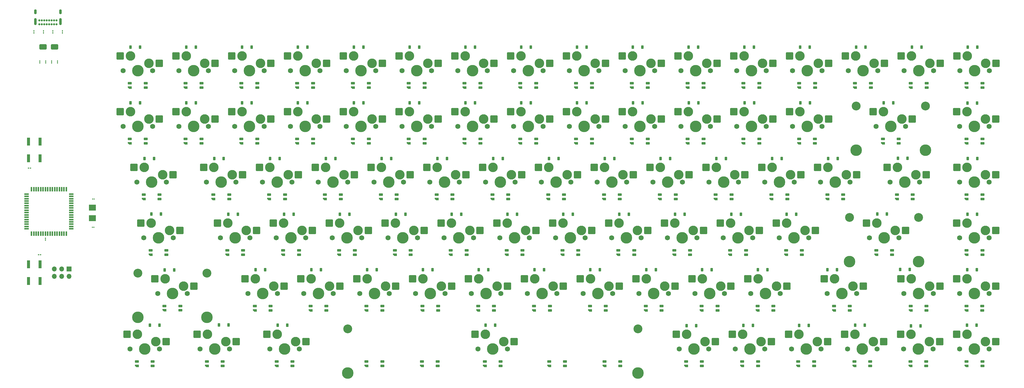
<source format=gts>
G04 #@! TF.GenerationSoftware,KiCad,Pcbnew,7.0.5*
G04 #@! TF.CreationDate,2023-07-06T17:45:39-04:00*
G04 #@! TF.ProjectId,keyboard,6b657962-6f61-4726-942e-6b696361645f,rev?*
G04 #@! TF.SameCoordinates,Original*
G04 #@! TF.FileFunction,Soldermask,Top*
G04 #@! TF.FilePolarity,Negative*
%FSLAX46Y46*%
G04 Gerber Fmt 4.6, Leading zero omitted, Abs format (unit mm)*
G04 Created by KiCad (PCBNEW 7.0.5) date 2023-07-06 17:45:39*
%MOMM*%
%LPD*%
G01*
G04 APERTURE LIST*
G04 Aperture macros list*
%AMRoundRect*
0 Rectangle with rounded corners*
0 $1 Rounding radius*
0 $2 $3 $4 $5 $6 $7 $8 $9 X,Y pos of 4 corners*
0 Add a 4 corners polygon primitive as box body*
4,1,4,$2,$3,$4,$5,$6,$7,$8,$9,$2,$3,0*
0 Add four circle primitives for the rounded corners*
1,1,$1+$1,$2,$3*
1,1,$1+$1,$4,$5*
1,1,$1+$1,$6,$7*
1,1,$1+$1,$8,$9*
0 Add four rect primitives between the rounded corners*
20,1,$1+$1,$2,$3,$4,$5,0*
20,1,$1+$1,$4,$5,$6,$7,0*
20,1,$1+$1,$6,$7,$8,$9,0*
20,1,$1+$1,$8,$9,$2,$3,0*%
%AMFreePoly0*
4,1,18,-0.410000,0.265000,0.000000,0.675000,0.328000,0.675000,0.359380,0.668758,0.385983,0.650983,0.403758,0.624380,0.410000,0.593000,0.410000,-0.593000,0.403758,-0.624380,0.385983,-0.650983,0.359380,-0.668758,0.328000,-0.675000,-0.328000,-0.675000,-0.359380,-0.668758,-0.385983,-0.650983,-0.403758,-0.624380,-0.410000,-0.593000,-0.410000,0.265000,-0.410000,0.265000,$1*%
G04 Aperture macros list end*
%ADD10RoundRect,0.082000X0.593000X-0.328000X0.593000X0.328000X-0.593000X0.328000X-0.593000X-0.328000X0*%
%ADD11FreePoly0,90.000000*%
%ADD12C,1.750000*%
%ADD13C,3.987800*%
%ADD14C,3.300000*%
%ADD15RoundRect,0.250000X-1.025000X-1.000000X1.025000X-1.000000X1.025000X1.000000X-1.025000X1.000000X0*%
%ADD16R,2.400000X2.000000*%
%ADD17R,0.550000X1.500000*%
%ADD18R,1.500000X0.550000*%
%ADD19R,1.000000X2.750000*%
%ADD20C,3.048000*%
%ADD21RoundRect,0.100000X-0.130000X-0.100000X0.130000X-0.100000X0.130000X0.100000X-0.130000X0.100000X0*%
%ADD22RoundRect,0.100000X0.130000X0.100000X-0.130000X0.100000X-0.130000X-0.100000X0.130000X-0.100000X0*%
%ADD23RoundRect,0.100000X0.100000X-0.130000X0.100000X0.130000X-0.100000X0.130000X-0.100000X-0.130000X0*%
%ADD24RoundRect,0.100000X-0.100000X0.130000X-0.100000X-0.130000X0.100000X-0.130000X0.100000X0.130000X0*%
%ADD25C,0.700000*%
%ADD26O,0.900000X1.700000*%
%ADD27O,0.900000X2.400000*%
%ADD28RoundRect,0.225000X0.225000X0.375000X-0.225000X0.375000X-0.225000X-0.375000X0.225000X-0.375000X0*%
%ADD29RoundRect,0.250000X-1.000000X-0.650000X1.000000X-0.650000X1.000000X0.650000X-1.000000X0.650000X0*%
%ADD30R,1.700000X1.700000*%
%ADD31O,1.700000X1.700000*%
%ADD32RoundRect,0.075000X-0.125000X-0.075000X0.125000X-0.075000X0.125000X0.075000X-0.125000X0.075000X0*%
G04 APERTURE END LIST*
D10*
X331573036Y-262215000D03*
X331573036Y-263715000D03*
X326123036Y-262215000D03*
D11*
X326123036Y-263715000D03*
D10*
X312498036Y-262220000D03*
X312498036Y-263720000D03*
X307048036Y-262220000D03*
D11*
X307048036Y-263720000D03*
D10*
X268648036Y-262195000D03*
X268648036Y-263695000D03*
X263198036Y-262195000D03*
D11*
X263198036Y-263695000D03*
D10*
X249573036Y-262220000D03*
X249573036Y-263720000D03*
X244123036Y-262220000D03*
D11*
X244123036Y-263720000D03*
D12*
X186746230Y-257895000D03*
D13*
X191826230Y-257895000D03*
D12*
X196906230Y-257895000D03*
D14*
X195636230Y-255355000D03*
D15*
X199186230Y-255355000D03*
X185736230Y-252815000D03*
D14*
X189286230Y-252815000D03*
D12*
X162658036Y-257895000D03*
D13*
X167738036Y-257895000D03*
D12*
X172818036Y-257895000D03*
D14*
X171548036Y-255355000D03*
D15*
X175098036Y-255355000D03*
X161648036Y-252815000D03*
D14*
X165198036Y-252815000D03*
D12*
X210834424Y-257895000D03*
D13*
X215914424Y-257895000D03*
D12*
X220994424Y-257895000D03*
D14*
X219724424Y-255355000D03*
D15*
X223274424Y-255355000D03*
X209824424Y-252815000D03*
D14*
X213374424Y-252815000D03*
D12*
X165018036Y-200290000D03*
D13*
X170098036Y-200290000D03*
D12*
X175178036Y-200290000D03*
D14*
X173908036Y-197750000D03*
D15*
X177458036Y-197750000D03*
X164008036Y-195210000D03*
D14*
X167558036Y-195210000D03*
D12*
X402853036Y-238705000D03*
D13*
X407933036Y-238705000D03*
D12*
X413013036Y-238705000D03*
D14*
X411743036Y-236165000D03*
D15*
X415293036Y-236165000D03*
X401843036Y-233625000D03*
D14*
X405393036Y-233625000D03*
D12*
X424526068Y-200290000D03*
D13*
X429606068Y-200290000D03*
D12*
X434686068Y-200290000D03*
D14*
X433416068Y-197750000D03*
D15*
X436966068Y-197750000D03*
X423516068Y-195210000D03*
D14*
X427066068Y-195210000D03*
D12*
X167408036Y-219495000D03*
D13*
X172488036Y-219495000D03*
D12*
X177568036Y-219495000D03*
D14*
X176298036Y-216955000D03*
D15*
X179848036Y-216955000D03*
X166398036Y-214415000D03*
D14*
X169948036Y-214415000D03*
D16*
X149727856Y-209065000D03*
X149727856Y-212765000D03*
D17*
X128702856Y-218115000D03*
X129502856Y-218115000D03*
X130302856Y-218115000D03*
X131102856Y-218115000D03*
X131902856Y-218115000D03*
X132702856Y-218115000D03*
X133502856Y-218115000D03*
X134302856Y-218115000D03*
X135102856Y-218115000D03*
X135902856Y-218115000D03*
X136702856Y-218115000D03*
X137502856Y-218115000D03*
X138302856Y-218115000D03*
X139102856Y-218115000D03*
X139902856Y-218115000D03*
X140702856Y-218115000D03*
D18*
X142402856Y-216415000D03*
X142402856Y-215615000D03*
X142402856Y-214815000D03*
X142402856Y-214015000D03*
X142402856Y-213215000D03*
X142402856Y-212415000D03*
X142402856Y-211615000D03*
X142402856Y-210815000D03*
X142402856Y-210015000D03*
X142402856Y-209215000D03*
X142402856Y-208415000D03*
X142402856Y-207615000D03*
X142402856Y-206815000D03*
X142402856Y-206015000D03*
X142402856Y-205215000D03*
X142402856Y-204415000D03*
D17*
X140702856Y-202715000D03*
X139902856Y-202715000D03*
X139102856Y-202715000D03*
X138302856Y-202715000D03*
X137502856Y-202715000D03*
X136702856Y-202715000D03*
X135902856Y-202715000D03*
X135102856Y-202715000D03*
X134302856Y-202715000D03*
X133502856Y-202715000D03*
X132702856Y-202715000D03*
X131902856Y-202715000D03*
X131102856Y-202715000D03*
X130302856Y-202715000D03*
X129502856Y-202715000D03*
X128702856Y-202715000D03*
D18*
X127002856Y-204415000D03*
X127002856Y-205215000D03*
X127002856Y-206015000D03*
X127002856Y-206815000D03*
X127002856Y-207615000D03*
X127002856Y-208415000D03*
X127002856Y-209215000D03*
X127002856Y-210015000D03*
X127002856Y-210815000D03*
X127002856Y-211615000D03*
X127002856Y-212415000D03*
X127002856Y-213215000D03*
X127002856Y-214015000D03*
X127002856Y-214815000D03*
X127002856Y-215615000D03*
X127002856Y-216415000D03*
D19*
X127652856Y-186365000D03*
X127652856Y-192115000D03*
X131652856Y-186365000D03*
X131652856Y-192115000D03*
X127652856Y-228665000D03*
X127652856Y-234415000D03*
X131652856Y-228665000D03*
X131652856Y-234415000D03*
D13*
X237621368Y-266150000D03*
D20*
X337633868Y-250910000D03*
X237621368Y-250910000D03*
D13*
X337633868Y-266150000D03*
X189160536Y-246955000D03*
X165348036Y-246955000D03*
D20*
X165348036Y-231715000D03*
X189160536Y-231715000D03*
D13*
X434373036Y-227755000D03*
X410560536Y-227755000D03*
D20*
X410560536Y-212515000D03*
X434373036Y-212515000D03*
X436679286Y-174080000D03*
X412866786Y-174080000D03*
D13*
X436679286Y-189320000D03*
X412866786Y-189320000D03*
D21*
X127682856Y-195490000D03*
X128322856Y-195490000D03*
D22*
X131792856Y-225390000D03*
X131152856Y-225390000D03*
D23*
X132814286Y-148812500D03*
X132814286Y-148172500D03*
X136089286Y-148812500D03*
X136089286Y-148172500D03*
D24*
X129539286Y-148172500D03*
X129539286Y-148812500D03*
X139364286Y-148172500D03*
X139364286Y-148812500D03*
D12*
X203268036Y-238715000D03*
D13*
X208348036Y-238715000D03*
D12*
X213428036Y-238715000D03*
D14*
X212158036Y-236175000D03*
D15*
X215708036Y-236175000D03*
X202258036Y-233635000D03*
D14*
X205808036Y-233635000D03*
D12*
X285157320Y-200290000D03*
D13*
X290237320Y-200290000D03*
D12*
X295317320Y-200290000D03*
D14*
X294047320Y-197750000D03*
D15*
X297597320Y-197750000D03*
X284147320Y-195210000D03*
D14*
X287697320Y-195210000D03*
D12*
X222516161Y-238705000D03*
D13*
X227596161Y-238705000D03*
D12*
X232676161Y-238705000D03*
D14*
X231406161Y-236165000D03*
D15*
X234956161Y-236165000D03*
X221506161Y-233625000D03*
D14*
X225056161Y-233625000D03*
D12*
X208239464Y-200290000D03*
D13*
X213319464Y-200290000D03*
D12*
X218399464Y-200290000D03*
D14*
X217129464Y-197750000D03*
D15*
X220679464Y-197750000D03*
X207229464Y-195210000D03*
D14*
X210779464Y-195210000D03*
D12*
X261012411Y-238705000D03*
D13*
X266092411Y-238705000D03*
D12*
X271172411Y-238705000D03*
D14*
X269902411Y-236165000D03*
D15*
X273452411Y-236165000D03*
X260002411Y-233625000D03*
D14*
X263552411Y-233625000D03*
D12*
X429244911Y-238705000D03*
D13*
X434324911Y-238705000D03*
D12*
X439404911Y-238705000D03*
D14*
X438134911Y-236165000D03*
D15*
X441684911Y-236165000D03*
X428234911Y-233625000D03*
D14*
X431784911Y-233625000D03*
D12*
X304386784Y-200290000D03*
D13*
X309466784Y-200290000D03*
D12*
X314546784Y-200290000D03*
D14*
X313276784Y-197750000D03*
D15*
X316826784Y-197750000D03*
X303376784Y-195210000D03*
D14*
X306926784Y-195210000D03*
D12*
X160243036Y-181071250D03*
D13*
X165323036Y-181071250D03*
D12*
X170403036Y-181071250D03*
D14*
X169133036Y-178531250D03*
D15*
X172683036Y-178531250D03*
X159233036Y-175991250D03*
D14*
X162783036Y-175991250D03*
D12*
X265927856Y-200290000D03*
D13*
X271007856Y-200290000D03*
D12*
X276087856Y-200290000D03*
D14*
X274817856Y-197750000D03*
D15*
X278367856Y-197750000D03*
X264917856Y-195210000D03*
D14*
X268467856Y-195210000D03*
D12*
X282547618Y-257895000D03*
D13*
X287627618Y-257895000D03*
D12*
X292707618Y-257895000D03*
D14*
X291437618Y-255355000D03*
D15*
X294987618Y-255355000D03*
X281537618Y-252815000D03*
D14*
X285087618Y-252815000D03*
D12*
X429305536Y-161852500D03*
D13*
X434385536Y-161852500D03*
D12*
X439465536Y-161852500D03*
D14*
X438195536Y-159312500D03*
D15*
X441745536Y-159312500D03*
X428295536Y-156772500D03*
D14*
X431845536Y-156772500D03*
D12*
X213052922Y-219495000D03*
D13*
X218132922Y-219495000D03*
D12*
X223212922Y-219495000D03*
D14*
X221942922Y-216955000D03*
D15*
X225492922Y-216955000D03*
X212042922Y-214415000D03*
D14*
X215592922Y-214415000D03*
D12*
X400534104Y-200290000D03*
D13*
X405614104Y-200290000D03*
D12*
X410694104Y-200290000D03*
D14*
X409424104Y-197750000D03*
D15*
X412974104Y-197750000D03*
X399524104Y-195210000D03*
D14*
X403074104Y-195210000D03*
D12*
X390530950Y-257895000D03*
D13*
X395610950Y-257895000D03*
D12*
X400690950Y-257895000D03*
D14*
X399420950Y-255355000D03*
D15*
X402970950Y-255355000D03*
X389520950Y-252815000D03*
D14*
X393070950Y-252815000D03*
D12*
X351879562Y-257895000D03*
D13*
X356959562Y-257895000D03*
D12*
X362039562Y-257895000D03*
D14*
X360769562Y-255355000D03*
D15*
X364319562Y-255355000D03*
X350869562Y-252815000D03*
D14*
X354419562Y-252815000D03*
D12*
X246698392Y-200290000D03*
D13*
X251778392Y-200290000D03*
D12*
X256858392Y-200290000D03*
D14*
X255588392Y-197750000D03*
D15*
X259138392Y-197750000D03*
X245688392Y-195210000D03*
D14*
X249238392Y-195210000D03*
D12*
X386308036Y-219495000D03*
D13*
X391388036Y-219495000D03*
D12*
X396468036Y-219495000D03*
D14*
X395198036Y-216955000D03*
D15*
X398748036Y-216955000D03*
X385298036Y-214415000D03*
D14*
X388848036Y-214415000D03*
D12*
X376501161Y-238705000D03*
D13*
X381581161Y-238705000D03*
D12*
X386661161Y-238705000D03*
D14*
X385391161Y-236165000D03*
D15*
X388941161Y-236165000D03*
X375491161Y-233625000D03*
D14*
X379041161Y-233625000D03*
D12*
X189010000Y-200290000D03*
D13*
X194090000Y-200290000D03*
D12*
X199170000Y-200290000D03*
D14*
X197900000Y-197750000D03*
D15*
X201450000Y-197750000D03*
X188000000Y-195210000D03*
D14*
X191550000Y-195210000D03*
D12*
X410086786Y-161852500D03*
D13*
X415166786Y-161852500D03*
D12*
X420246786Y-161852500D03*
D14*
X418976786Y-159312500D03*
D15*
X422526786Y-159312500D03*
X409076786Y-156772500D03*
D14*
X412626786Y-156772500D03*
D12*
X390868036Y-181071250D03*
D13*
X395948036Y-181071250D03*
D12*
X401028036Y-181071250D03*
D14*
X399758036Y-178531250D03*
D15*
X403308036Y-178531250D03*
X389858036Y-175991250D03*
D14*
X393408036Y-175991250D03*
D12*
X448518036Y-200290000D03*
D13*
X453598036Y-200290000D03*
D12*
X458678036Y-200290000D03*
D14*
X457408036Y-197750000D03*
D15*
X460958036Y-197750000D03*
X447508036Y-195210000D03*
D14*
X451058036Y-195210000D03*
D12*
X448508036Y-219505000D03*
D13*
X453588036Y-219505000D03*
D12*
X458668036Y-219505000D03*
D14*
X457398036Y-216965000D03*
D15*
X460948036Y-216965000D03*
X447498036Y-214425000D03*
D14*
X451048036Y-214425000D03*
D12*
X362075176Y-200290000D03*
D13*
X367155176Y-200290000D03*
D12*
X372235176Y-200290000D03*
D14*
X370965176Y-197750000D03*
D15*
X374515176Y-197750000D03*
X361065176Y-195210000D03*
D14*
X364615176Y-195210000D03*
D12*
X342845712Y-200290000D03*
D13*
X347925712Y-200290000D03*
D12*
X353005712Y-200290000D03*
D14*
X351735712Y-197750000D03*
D15*
X355285712Y-197750000D03*
X341835712Y-195210000D03*
D14*
X345385712Y-195210000D03*
D12*
X299508661Y-238705000D03*
D13*
X304588661Y-238705000D03*
D12*
X309668661Y-238705000D03*
D14*
X308398661Y-236165000D03*
D15*
X311948661Y-236165000D03*
X298498661Y-233625000D03*
D14*
X302048661Y-233625000D03*
D12*
X371649286Y-181071250D03*
D13*
X376729286Y-181071250D03*
D12*
X381809286Y-181071250D03*
D14*
X380539286Y-178531250D03*
D15*
X384089286Y-178531250D03*
X370639286Y-175991250D03*
D14*
X374189286Y-175991250D03*
D12*
X318756786Y-238705000D03*
D13*
X323836786Y-238705000D03*
D12*
X328916786Y-238705000D03*
D14*
X327646786Y-236165000D03*
D15*
X331196786Y-236165000D03*
X317746786Y-233625000D03*
D14*
X321296786Y-233625000D03*
D12*
X338004911Y-238705000D03*
D13*
X343084911Y-238705000D03*
D12*
X348164911Y-238705000D03*
D14*
X346894911Y-236165000D03*
D15*
X350444911Y-236165000D03*
X336994911Y-233625000D03*
D14*
X340544911Y-233625000D03*
D12*
X172174286Y-238700000D03*
D13*
X177254286Y-238700000D03*
D12*
X182334286Y-238700000D03*
D14*
X181064286Y-236160000D03*
D15*
X184614286Y-236160000D03*
X171164286Y-233620000D03*
D14*
X174714286Y-233620000D03*
D12*
X409856644Y-257895000D03*
D13*
X414936644Y-257895000D03*
D12*
X420016644Y-257895000D03*
D14*
X418746644Y-255355000D03*
D15*
X422296644Y-255355000D03*
X408846644Y-252815000D03*
D14*
X412396644Y-252815000D03*
D12*
X381304640Y-200290000D03*
D13*
X386384640Y-200290000D03*
D12*
X391464640Y-200290000D03*
D14*
X390194640Y-197750000D03*
D15*
X393744640Y-197750000D03*
X380294640Y-195210000D03*
D14*
X383844640Y-195210000D03*
D12*
X328556330Y-219495000D03*
D13*
X333636330Y-219495000D03*
D12*
X338716330Y-219495000D03*
D14*
X337446330Y-216955000D03*
D15*
X340996330Y-216955000D03*
X327546330Y-214415000D03*
D14*
X331096330Y-214415000D03*
D12*
X309305762Y-219495000D03*
D13*
X314385762Y-219495000D03*
D12*
X319465762Y-219495000D03*
D14*
X318195762Y-216955000D03*
D15*
X321745762Y-216955000D03*
X308295762Y-214415000D03*
D14*
X311845762Y-214415000D03*
D12*
X323616248Y-200290000D03*
D13*
X328696248Y-200290000D03*
D12*
X333776248Y-200290000D03*
D14*
X332506248Y-197750000D03*
D15*
X336056248Y-197750000D03*
X322606248Y-195210000D03*
D14*
X326156248Y-195210000D03*
D12*
X448508036Y-181070000D03*
D13*
X453588036Y-181070000D03*
D12*
X458668036Y-181070000D03*
D14*
X457398036Y-178530000D03*
D15*
X460948036Y-178530000D03*
X447498036Y-175990000D03*
D14*
X451048036Y-175990000D03*
D12*
X290055194Y-219495000D03*
D13*
X295135194Y-219495000D03*
D12*
X300215194Y-219495000D03*
D14*
X298945194Y-216955000D03*
D15*
X302495194Y-216955000D03*
X289045194Y-214415000D03*
D14*
X292595194Y-214415000D03*
D12*
X357253036Y-238705000D03*
D13*
X362333036Y-238705000D03*
D12*
X367413036Y-238705000D03*
D14*
X366143036Y-236165000D03*
D15*
X369693036Y-236165000D03*
X356243036Y-233625000D03*
D14*
X359793036Y-233625000D03*
D12*
X270804626Y-219495000D03*
D13*
X275884626Y-219495000D03*
D12*
X280964626Y-219495000D03*
D14*
X279694626Y-216955000D03*
D15*
X283244626Y-216955000D03*
X269794626Y-214415000D03*
D14*
X273344626Y-214415000D03*
D12*
X371205256Y-257895000D03*
D13*
X376285256Y-257895000D03*
D12*
X381365256Y-257895000D03*
D14*
X380095256Y-255355000D03*
D15*
X383645256Y-255355000D03*
X370195256Y-252815000D03*
D14*
X373745256Y-252815000D03*
D12*
X390868036Y-161852500D03*
D13*
X395948036Y-161852500D03*
D12*
X401028036Y-161852500D03*
D14*
X399758036Y-159312500D03*
D15*
X403308036Y-159312500D03*
X389858036Y-156772500D03*
D14*
X393408036Y-156772500D03*
D12*
X371649286Y-161852500D03*
D13*
X376729286Y-161852500D03*
D12*
X381809286Y-161852500D03*
D14*
X380539286Y-159312500D03*
D15*
X384089286Y-159312500D03*
X370639286Y-156772500D03*
D14*
X374189286Y-156772500D03*
D12*
X352430536Y-161852500D03*
D13*
X357510536Y-161852500D03*
D12*
X362590536Y-161852500D03*
D14*
X361320536Y-159312500D03*
D15*
X364870536Y-159312500D03*
X351420536Y-156772500D03*
D14*
X354970536Y-156772500D03*
D12*
X333211786Y-161852500D03*
D13*
X338291786Y-161852500D03*
D12*
X343371786Y-161852500D03*
D14*
X342101786Y-159312500D03*
D15*
X345651786Y-159312500D03*
X332201786Y-156772500D03*
D14*
X335751786Y-156772500D03*
D12*
X313993036Y-161852500D03*
D13*
X319073036Y-161852500D03*
D12*
X324153036Y-161852500D03*
D14*
X322883036Y-159312500D03*
D15*
X326433036Y-159312500D03*
X312983036Y-156772500D03*
D14*
X316533036Y-156772500D03*
D12*
X294774286Y-161852500D03*
D13*
X299854286Y-161852500D03*
D12*
X304934286Y-161852500D03*
D14*
X303664286Y-159312500D03*
D15*
X307214286Y-159312500D03*
X293764286Y-156772500D03*
D14*
X297314286Y-156772500D03*
D12*
X275555536Y-161852500D03*
D13*
X280635536Y-161852500D03*
D12*
X285715536Y-161852500D03*
D14*
X284445536Y-159312500D03*
D15*
X287995536Y-159312500D03*
X274545536Y-156772500D03*
D14*
X278095536Y-156772500D03*
D12*
X256336786Y-161852500D03*
D13*
X261416786Y-161852500D03*
D12*
X266496786Y-161852500D03*
D14*
X265226786Y-159312500D03*
D15*
X268776786Y-159312500D03*
X255326786Y-156772500D03*
D14*
X258876786Y-156772500D03*
D12*
X237118036Y-161852500D03*
D13*
X242198036Y-161852500D03*
D12*
X247278036Y-161852500D03*
D14*
X246008036Y-159312500D03*
D15*
X249558036Y-159312500D03*
X236108036Y-156772500D03*
D14*
X239658036Y-156772500D03*
D12*
X217899286Y-161852500D03*
D13*
X222979286Y-161852500D03*
D12*
X228059286Y-161852500D03*
D14*
X226789286Y-159312500D03*
D15*
X230339286Y-159312500D03*
X216889286Y-156772500D03*
D14*
X220439286Y-156772500D03*
D12*
X198680536Y-161852500D03*
D13*
X203760536Y-161852500D03*
D12*
X208840536Y-161852500D03*
D14*
X207570536Y-159312500D03*
D15*
X211120536Y-159312500D03*
X197670536Y-156772500D03*
D14*
X201220536Y-156772500D03*
D12*
X179461786Y-161852500D03*
D13*
X184541786Y-161852500D03*
D12*
X189621786Y-161852500D03*
D14*
X188351786Y-159312500D03*
D15*
X191901786Y-159312500D03*
X178451786Y-156772500D03*
D14*
X182001786Y-156772500D03*
D12*
X251554058Y-219495000D03*
D13*
X256634058Y-219495000D03*
D12*
X261714058Y-219495000D03*
D14*
X260444058Y-216955000D03*
D15*
X263994058Y-216955000D03*
X250544058Y-214415000D03*
D14*
X254094058Y-214415000D03*
D12*
X160243036Y-161852500D03*
D13*
X165323036Y-161852500D03*
D12*
X170403036Y-161852500D03*
D14*
X169133036Y-159312500D03*
D15*
X172683036Y-159312500D03*
X159233036Y-156772500D03*
D14*
X162783036Y-156772500D03*
D12*
X417386786Y-219500000D03*
D13*
X422466786Y-219500000D03*
D12*
X427546786Y-219500000D03*
D14*
X426276786Y-216960000D03*
D15*
X429826786Y-216960000D03*
X416376786Y-214420000D03*
D14*
X419926786Y-214420000D03*
D12*
X448493036Y-238705000D03*
D13*
X453573036Y-238705000D03*
D12*
X458653036Y-238705000D03*
D14*
X457383036Y-236165000D03*
D15*
X460933036Y-236165000D03*
X447483036Y-233625000D03*
D14*
X451033036Y-233625000D03*
D12*
X227468928Y-200290000D03*
D13*
X232548928Y-200290000D03*
D12*
X237628928Y-200290000D03*
D14*
X236358928Y-197750000D03*
D15*
X239908928Y-197750000D03*
X226458928Y-195210000D03*
D14*
X230008928Y-195210000D03*
D12*
X448524286Y-161852500D03*
D13*
X453604286Y-161852500D03*
D12*
X458684286Y-161852500D03*
D14*
X457414286Y-159312500D03*
D15*
X460964286Y-159312500D03*
X447514286Y-156772500D03*
D14*
X451064286Y-156772500D03*
D12*
X232303490Y-219495000D03*
D13*
X237383490Y-219495000D03*
D12*
X242463490Y-219495000D03*
D14*
X241193490Y-216955000D03*
D15*
X244743490Y-216955000D03*
X231293490Y-214415000D03*
D14*
X234843490Y-214415000D03*
D12*
X367057466Y-219495000D03*
D13*
X372137466Y-219495000D03*
D12*
X377217466Y-219495000D03*
D14*
X375947466Y-216955000D03*
D15*
X379497466Y-216955000D03*
X366047466Y-214415000D03*
D14*
X369597466Y-214415000D03*
D12*
X241764286Y-238705000D03*
D13*
X246844286Y-238705000D03*
D12*
X251924286Y-238705000D03*
D14*
X250654286Y-236165000D03*
D15*
X254204286Y-236165000D03*
X240754286Y-233625000D03*
D14*
X244304286Y-233625000D03*
D12*
X419693036Y-181065000D03*
D13*
X424773036Y-181065000D03*
D12*
X429853036Y-181065000D03*
D14*
X428583036Y-178525000D03*
D15*
X432133036Y-178525000D03*
X418683036Y-175985000D03*
D14*
X422233036Y-175985000D03*
D12*
X280260536Y-238705000D03*
D13*
X285340536Y-238705000D03*
D12*
X290420536Y-238705000D03*
D14*
X289150536Y-236165000D03*
D15*
X292700536Y-236165000D03*
X279250536Y-233625000D03*
D14*
X282800536Y-233625000D03*
D12*
X193802354Y-219495000D03*
D13*
X198882354Y-219495000D03*
D12*
X203962354Y-219495000D03*
D14*
X202692354Y-216955000D03*
D15*
X206242354Y-216955000D03*
X192792354Y-214415000D03*
D14*
X196342354Y-214415000D03*
D12*
X333211786Y-181071250D03*
D13*
X338291786Y-181071250D03*
D12*
X343371786Y-181071250D03*
D14*
X342101786Y-178531250D03*
D15*
X345651786Y-178531250D03*
X332201786Y-175991250D03*
D14*
X335751786Y-175991250D03*
D12*
X313993036Y-181071250D03*
D13*
X319073036Y-181071250D03*
D12*
X324153036Y-181071250D03*
D14*
X322883036Y-178531250D03*
D15*
X326433036Y-178531250D03*
X312983036Y-175991250D03*
D14*
X316533036Y-175991250D03*
D12*
X294774286Y-181071250D03*
D13*
X299854286Y-181071250D03*
D12*
X304934286Y-181071250D03*
D14*
X303664286Y-178531250D03*
D15*
X307214286Y-178531250D03*
X293764286Y-175991250D03*
D14*
X297314286Y-175991250D03*
D12*
X275555536Y-181071250D03*
D13*
X280635536Y-181071250D03*
D12*
X285715536Y-181071250D03*
D14*
X284445536Y-178531250D03*
D15*
X287995536Y-178531250D03*
X274545536Y-175991250D03*
D14*
X278095536Y-175991250D03*
D12*
X256336786Y-181071250D03*
D13*
X261416786Y-181071250D03*
D12*
X266496786Y-181071250D03*
D14*
X265226786Y-178531250D03*
D15*
X268776786Y-178531250D03*
X255326786Y-175991250D03*
D14*
X258876786Y-175991250D03*
D12*
X237118036Y-181071250D03*
D13*
X242198036Y-181071250D03*
D12*
X247278036Y-181071250D03*
D14*
X246008036Y-178531250D03*
D15*
X249558036Y-178531250D03*
X236108036Y-175991250D03*
D14*
X239658036Y-175991250D03*
D12*
X217899286Y-181071250D03*
D13*
X222979286Y-181071250D03*
D12*
X228059286Y-181071250D03*
D14*
X226789286Y-178531250D03*
D15*
X230339286Y-178531250D03*
X216889286Y-175991250D03*
D14*
X220439286Y-175991250D03*
D12*
X198680536Y-181071250D03*
D13*
X203760536Y-181071250D03*
D12*
X208840536Y-181071250D03*
D14*
X207570536Y-178531250D03*
D15*
X211120536Y-178531250D03*
X197670536Y-175991250D03*
D14*
X201220536Y-175991250D03*
D12*
X179461786Y-181071250D03*
D13*
X184541786Y-181071250D03*
D12*
X189621786Y-181071250D03*
D14*
X188351786Y-178531250D03*
D15*
X191901786Y-178531250D03*
X178451786Y-175991250D03*
D14*
X182001786Y-175991250D03*
D12*
X352430536Y-181071250D03*
D13*
X357510536Y-181071250D03*
D12*
X362590536Y-181071250D03*
D14*
X361320536Y-178531250D03*
D15*
X364870536Y-178531250D03*
X351420536Y-175991250D03*
D14*
X354970536Y-175991250D03*
D12*
X347806898Y-219495000D03*
D13*
X352886898Y-219495000D03*
D12*
X357966898Y-219495000D03*
D14*
X356696898Y-216955000D03*
D15*
X360246898Y-216955000D03*
X346796898Y-214415000D03*
D14*
X350346898Y-214415000D03*
D12*
X429182338Y-257895000D03*
D13*
X434262338Y-257895000D03*
D12*
X439342338Y-257895000D03*
D14*
X438072338Y-255355000D03*
D15*
X441622338Y-255355000D03*
X428172338Y-252815000D03*
D14*
X431722338Y-252815000D03*
D12*
X448508036Y-257895000D03*
D13*
X453588036Y-257895000D03*
D12*
X458668036Y-257895000D03*
D14*
X457398036Y-255355000D03*
D15*
X460948036Y-255355000D03*
X447498036Y-252815000D03*
D14*
X451048036Y-252815000D03*
D10*
X211073036Y-243045000D03*
X211073036Y-244545000D03*
X205623036Y-243045000D03*
D11*
X205623036Y-244545000D03*
D10*
X292962563Y-204620000D03*
X292962563Y-206120000D03*
X287512563Y-204620000D03*
D11*
X287512563Y-206120000D03*
D10*
X230321161Y-243035000D03*
X230321161Y-244535000D03*
X224871161Y-243035000D03*
D11*
X224871161Y-244535000D03*
D10*
X194551230Y-262225000D03*
X194551230Y-263725000D03*
X189101230Y-262225000D03*
D11*
X189101230Y-263725000D03*
D10*
X216044383Y-204620000D03*
X216044383Y-206120000D03*
X210594383Y-204620000D03*
D11*
X210594383Y-206120000D03*
D10*
X268817411Y-243035000D03*
X268817411Y-244535000D03*
X263367411Y-243035000D03*
D11*
X263367411Y-244535000D03*
D10*
X437049911Y-243035000D03*
X437049911Y-244535000D03*
X431599911Y-243035000D03*
D11*
X431599911Y-244535000D03*
D10*
X312192108Y-204620000D03*
X312192108Y-206120000D03*
X306742108Y-204620000D03*
D11*
X306742108Y-206120000D03*
D10*
X168048036Y-185401250D03*
X168048036Y-186901250D03*
X162598036Y-185401250D03*
D11*
X162598036Y-186901250D03*
D10*
X172823036Y-204620000D03*
X172823036Y-206120000D03*
X167373036Y-204620000D03*
D11*
X167373036Y-206120000D03*
D10*
X273733018Y-204620000D03*
X273733018Y-206120000D03*
X268283018Y-204620000D03*
D11*
X268283018Y-206120000D03*
D10*
X290352618Y-262225000D03*
X290352618Y-263725000D03*
X284902618Y-262225000D03*
D11*
X284902618Y-263725000D03*
D10*
X437110536Y-166182500D03*
X437110536Y-167682500D03*
X431660536Y-166182500D03*
D11*
X431660536Y-167682500D03*
D10*
X220857922Y-223825000D03*
X220857922Y-225325000D03*
X215407922Y-223825000D03*
D11*
X215407922Y-225325000D03*
D10*
X410658036Y-243035000D03*
X410658036Y-244535000D03*
X405208036Y-243035000D03*
D11*
X405208036Y-244535000D03*
D10*
X456313036Y-262225000D03*
X456313036Y-263725000D03*
X450863036Y-262225000D03*
D11*
X450863036Y-263725000D03*
D10*
X408339838Y-204620000D03*
X408339838Y-206120000D03*
X402889838Y-204620000D03*
D11*
X402889838Y-206120000D03*
D10*
X398335950Y-262225000D03*
X398335950Y-263725000D03*
X392885950Y-262225000D03*
D11*
X392885950Y-263725000D03*
D10*
X359684562Y-262225000D03*
X359684562Y-263725000D03*
X354234562Y-262225000D03*
D11*
X354234562Y-263725000D03*
D10*
X254503473Y-204620000D03*
X254503473Y-206120000D03*
X249053473Y-204620000D03*
D11*
X249053473Y-206120000D03*
D10*
X394113036Y-223825000D03*
X394113036Y-225325000D03*
X388663036Y-223825000D03*
D11*
X388663036Y-225325000D03*
D10*
X384306161Y-243035000D03*
X384306161Y-244535000D03*
X378856161Y-243035000D03*
D11*
X378856161Y-244535000D03*
D10*
X196814838Y-204620000D03*
X196814838Y-206120000D03*
X191364838Y-204620000D03*
D11*
X191364838Y-206120000D03*
D10*
X417891786Y-166182500D03*
X417891786Y-167682500D03*
X412441786Y-166182500D03*
D11*
X412441786Y-167682500D03*
D10*
X398648036Y-185401250D03*
X398648036Y-186901250D03*
X393198036Y-185401250D03*
D11*
X393198036Y-186901250D03*
D10*
X432331068Y-204620000D03*
X432331068Y-206120000D03*
X426881068Y-204620000D03*
D11*
X426881068Y-206120000D03*
D10*
X456323036Y-204620000D03*
X456323036Y-206120000D03*
X450873036Y-204620000D03*
D11*
X450873036Y-206120000D03*
D10*
X456313036Y-223835000D03*
X456313036Y-225335000D03*
X450863036Y-223835000D03*
D11*
X450863036Y-225335000D03*
D10*
X369880743Y-204620000D03*
X369880743Y-206120000D03*
X364430743Y-204620000D03*
D11*
X364430743Y-206120000D03*
D10*
X350651198Y-204620000D03*
X350651198Y-206120000D03*
X345201198Y-204620000D03*
D11*
X345201198Y-206120000D03*
D10*
X307313661Y-243035000D03*
X307313661Y-244535000D03*
X301863661Y-243035000D03*
D11*
X301863661Y-244535000D03*
D10*
X379431362Y-185401250D03*
X379431362Y-186901250D03*
X373981362Y-185401250D03*
D11*
X373981362Y-186901250D03*
D10*
X326561786Y-243035000D03*
X326561786Y-244535000D03*
X321111786Y-243035000D03*
D11*
X321111786Y-244535000D03*
D10*
X345809911Y-243035000D03*
X345809911Y-244535000D03*
X340359911Y-243035000D03*
D11*
X340359911Y-244535000D03*
D10*
X179979286Y-243030000D03*
X179979286Y-244530000D03*
X174529286Y-243030000D03*
D11*
X174529286Y-244530000D03*
D10*
X417661644Y-262225000D03*
X417661644Y-263725000D03*
X412211644Y-262225000D03*
D11*
X412211644Y-263725000D03*
D10*
X389110288Y-204620000D03*
X389110288Y-206120000D03*
X383660288Y-204620000D03*
D11*
X383660288Y-206120000D03*
D10*
X170463036Y-262225000D03*
X170463036Y-263725000D03*
X165013036Y-262225000D03*
D11*
X165013036Y-263725000D03*
D10*
X218639424Y-262225000D03*
X218639424Y-263725000D03*
X213189424Y-262225000D03*
D11*
X213189424Y-263725000D03*
D10*
X355611898Y-223825000D03*
X355611898Y-225325000D03*
X350161898Y-223825000D03*
D11*
X350161898Y-225325000D03*
D10*
X336361330Y-223825000D03*
X336361330Y-225325000D03*
X330911330Y-223825000D03*
D11*
X330911330Y-225325000D03*
D10*
X317110762Y-223825000D03*
X317110762Y-225325000D03*
X311660762Y-223825000D03*
D11*
X311660762Y-225325000D03*
D10*
X331421653Y-204620000D03*
X331421653Y-206120000D03*
X325971653Y-204620000D03*
D11*
X325971653Y-206120000D03*
D10*
X456313036Y-185400000D03*
X456313036Y-186900000D03*
X450863036Y-185400000D03*
D11*
X450863036Y-186900000D03*
D10*
X297860194Y-223825000D03*
X297860194Y-225325000D03*
X292410194Y-223825000D03*
D11*
X292410194Y-225325000D03*
D10*
X365058036Y-243035000D03*
X365058036Y-244535000D03*
X359608036Y-243035000D03*
D11*
X359608036Y-244535000D03*
D10*
X278609626Y-223825000D03*
X278609626Y-225325000D03*
X273159626Y-223825000D03*
D11*
X273159626Y-225325000D03*
D10*
X379010256Y-262225000D03*
X379010256Y-263725000D03*
X373560256Y-262225000D03*
D11*
X373560256Y-263725000D03*
D10*
X259359058Y-223825000D03*
X259359058Y-225325000D03*
X253909058Y-223825000D03*
D11*
X253909058Y-225325000D03*
D10*
X398673036Y-166182500D03*
X398673036Y-167682500D03*
X393223036Y-166182500D03*
D11*
X393223036Y-167682500D03*
D10*
X379454286Y-166182500D03*
X379454286Y-167682500D03*
X374004286Y-166182500D03*
D11*
X374004286Y-167682500D03*
D10*
X360235536Y-166182500D03*
X360235536Y-167682500D03*
X354785536Y-166182500D03*
D11*
X354785536Y-167682500D03*
D10*
X341016786Y-166182500D03*
X341016786Y-167682500D03*
X335566786Y-166182500D03*
D11*
X335566786Y-167682500D03*
D10*
X321798036Y-166182500D03*
X321798036Y-167682500D03*
X316348036Y-166182500D03*
D11*
X316348036Y-167682500D03*
D10*
X302579286Y-166182500D03*
X302579286Y-167682500D03*
X297129286Y-166182500D03*
D11*
X297129286Y-167682500D03*
D10*
X283360536Y-166182500D03*
X283360536Y-167682500D03*
X277910536Y-166182500D03*
D11*
X277910536Y-167682500D03*
D10*
X264141786Y-166182500D03*
X264141786Y-167682500D03*
X258691786Y-166182500D03*
D11*
X258691786Y-167682500D03*
D10*
X244923036Y-166182500D03*
X244923036Y-167682500D03*
X239473036Y-166182500D03*
D11*
X239473036Y-167682500D03*
D10*
X225704286Y-166182500D03*
X225704286Y-167682500D03*
X220254286Y-166182500D03*
D11*
X220254286Y-167682500D03*
D10*
X206485536Y-166182500D03*
X206485536Y-167682500D03*
X201035536Y-166182500D03*
D11*
X201035536Y-167682500D03*
D10*
X187266786Y-166182500D03*
X187266786Y-167682500D03*
X181816786Y-166182500D03*
D11*
X181816786Y-167682500D03*
D10*
X168048036Y-166182500D03*
X168048036Y-167682500D03*
X162598036Y-166182500D03*
D11*
X162598036Y-167682500D03*
D10*
X425191786Y-223830000D03*
X425191786Y-225330000D03*
X419741786Y-223830000D03*
D11*
X419741786Y-225330000D03*
D10*
X456298036Y-243035000D03*
X456298036Y-244535000D03*
X450848036Y-243035000D03*
D11*
X450848036Y-244535000D03*
D10*
X235273928Y-204620000D03*
X235273928Y-206120000D03*
X229823928Y-204620000D03*
D11*
X229823928Y-206120000D03*
D10*
X436987338Y-262225000D03*
X436987338Y-263725000D03*
X431537338Y-262225000D03*
D11*
X431537338Y-263725000D03*
D10*
X456329286Y-166182500D03*
X456329286Y-167682500D03*
X450879286Y-166182500D03*
D11*
X450879286Y-167682500D03*
D10*
X240108490Y-223825000D03*
X240108490Y-225325000D03*
X234658490Y-223825000D03*
D11*
X234658490Y-225325000D03*
D10*
X374862466Y-223825000D03*
X374862466Y-225325000D03*
X369412466Y-223825000D03*
D11*
X369412466Y-225325000D03*
D10*
X175213036Y-223825000D03*
X175213036Y-225325000D03*
X169763036Y-223825000D03*
D11*
X169763036Y-225325000D03*
D10*
X249569286Y-243035000D03*
X249569286Y-244535000D03*
X244119286Y-243035000D03*
D11*
X244119286Y-244535000D03*
D10*
X427498036Y-185395000D03*
X427498036Y-186895000D03*
X422048036Y-185395000D03*
D11*
X422048036Y-186895000D03*
D10*
X288065536Y-243035000D03*
X288065536Y-244535000D03*
X282615536Y-243035000D03*
D11*
X282615536Y-244535000D03*
D10*
X201607354Y-223825000D03*
X201607354Y-225325000D03*
X196157354Y-223825000D03*
D11*
X196157354Y-225325000D03*
D10*
X340998030Y-185401250D03*
X340998030Y-186901250D03*
X335548030Y-185401250D03*
D11*
X335548030Y-186901250D03*
D10*
X321781364Y-185401250D03*
X321781364Y-186901250D03*
X316331364Y-185401250D03*
D11*
X316331364Y-186901250D03*
D10*
X302564698Y-185401250D03*
X302564698Y-186901250D03*
X297114698Y-185401250D03*
D11*
X297114698Y-186901250D03*
D10*
X283348032Y-185401250D03*
X283348032Y-186901250D03*
X277898032Y-185401250D03*
D11*
X277898032Y-186901250D03*
D10*
X264131366Y-185401250D03*
X264131366Y-186901250D03*
X258681366Y-185401250D03*
D11*
X258681366Y-186901250D03*
D10*
X244914700Y-185401250D03*
X244914700Y-186901250D03*
X239464700Y-185401250D03*
D11*
X239464700Y-186901250D03*
D10*
X225698034Y-185401250D03*
X225698034Y-186901250D03*
X220248034Y-185401250D03*
D11*
X220248034Y-186901250D03*
D10*
X206481368Y-185401250D03*
X206481368Y-186901250D03*
X201031368Y-185401250D03*
D11*
X201031368Y-186901250D03*
D10*
X187264702Y-185401250D03*
X187264702Y-186901250D03*
X181814702Y-185401250D03*
D11*
X181814702Y-186901250D03*
D10*
X360214696Y-185401250D03*
X360214696Y-186901250D03*
X354764696Y-185401250D03*
D11*
X354764696Y-186901250D03*
D25*
X137364286Y-145862500D03*
X136514286Y-145862500D03*
X135664286Y-145862500D03*
X134814286Y-145862500D03*
X133964286Y-145862500D03*
X133114286Y-145862500D03*
X132264286Y-145862500D03*
X131414286Y-145862500D03*
X131414286Y-144512500D03*
X132264286Y-144512500D03*
X133114286Y-144512500D03*
X133964286Y-144512500D03*
X134814286Y-144512500D03*
X135664286Y-144512500D03*
X136514286Y-144512500D03*
X137364286Y-144512500D03*
D26*
X130064286Y-141502500D03*
X138714286Y-141502500D03*
D27*
X130064286Y-144882500D03*
X138714286Y-144882500D03*
D28*
X454277856Y-249665000D03*
X450977856Y-249665000D03*
X454377856Y-230490000D03*
X451077856Y-230490000D03*
X454452856Y-211365000D03*
X451152856Y-211365000D03*
X454541496Y-192140000D03*
X451241496Y-192140000D03*
X454452856Y-173040000D03*
X451152856Y-173040000D03*
X454546190Y-153715000D03*
X451246190Y-153715000D03*
X435027856Y-249940000D03*
X431727856Y-249940000D03*
X431277856Y-230440000D03*
X427977856Y-230440000D03*
X430516496Y-192115000D03*
X427216496Y-192115000D03*
X425577856Y-172965000D03*
X422277856Y-172965000D03*
X435317852Y-153715000D03*
X432017852Y-153715000D03*
X415752856Y-249665000D03*
X412452856Y-249665000D03*
X406252856Y-230515000D03*
X402952856Y-230515000D03*
X423377856Y-211290000D03*
X420077856Y-211290000D03*
X406441496Y-192140000D03*
X403141496Y-192140000D03*
X416089519Y-153715000D03*
X412789519Y-153715000D03*
X396502856Y-249740000D03*
X393202856Y-249740000D03*
X392202856Y-211365000D03*
X388902856Y-211365000D03*
X387214216Y-192140000D03*
X383914216Y-192140000D03*
X396927856Y-172965000D03*
X393627856Y-172965000D03*
X396861186Y-153715000D03*
X393561186Y-153715000D03*
X377277856Y-249715000D03*
X373977856Y-249715000D03*
X382252856Y-230490000D03*
X378952856Y-230490000D03*
X373102856Y-211365000D03*
X369802856Y-211365000D03*
X367986944Y-192140000D03*
X364686944Y-192140000D03*
X377692432Y-172965000D03*
X374392432Y-172965000D03*
X377632853Y-153715000D03*
X374332853Y-153715000D03*
X357677856Y-249790000D03*
X354377856Y-249790000D03*
X363022296Y-230490000D03*
X359722296Y-230490000D03*
X353722856Y-211365000D03*
X350422856Y-211365000D03*
X348759672Y-192140000D03*
X345459672Y-192140000D03*
X358457016Y-172965000D03*
X355157016Y-172965000D03*
X358404520Y-153715000D03*
X355104520Y-153715000D03*
X343791741Y-230490000D03*
X340491741Y-230490000D03*
X334482856Y-211365000D03*
X331182856Y-211365000D03*
X329532400Y-192140000D03*
X326232400Y-192140000D03*
X339221600Y-172965000D03*
X335921600Y-172965000D03*
X339176187Y-153715000D03*
X335876187Y-153715000D03*
X324561186Y-230490000D03*
X321261186Y-230490000D03*
X315242856Y-211365000D03*
X311942856Y-211365000D03*
X310305128Y-192140000D03*
X307005128Y-192140000D03*
X319986184Y-172965000D03*
X316686184Y-172965000D03*
X319947854Y-153715000D03*
X316647854Y-153715000D03*
X305330631Y-230490000D03*
X302030631Y-230490000D03*
X296002856Y-211365000D03*
X292702856Y-211365000D03*
X291077856Y-192140000D03*
X287777856Y-192140000D03*
X300750768Y-172965000D03*
X297450768Y-172965000D03*
X300719521Y-153715000D03*
X297419521Y-153715000D03*
X288477856Y-249640000D03*
X285177856Y-249640000D03*
X286100076Y-230490000D03*
X282800076Y-230490000D03*
X276762856Y-211365000D03*
X273462856Y-211365000D03*
X271850584Y-192140000D03*
X268550584Y-192140000D03*
X281515352Y-172965000D03*
X278215352Y-172965000D03*
X281491188Y-153715000D03*
X278191188Y-153715000D03*
X266869521Y-230490000D03*
X263569521Y-230490000D03*
X257522856Y-211365000D03*
X254222856Y-211365000D03*
X252623312Y-192140000D03*
X249323312Y-192140000D03*
X262279936Y-172965000D03*
X258979936Y-172965000D03*
X262262855Y-153715000D03*
X258962855Y-153715000D03*
X247638966Y-230490000D03*
X244338966Y-230490000D03*
X238282856Y-211365000D03*
X234982856Y-211365000D03*
X233396040Y-192140000D03*
X230096040Y-192140000D03*
X243044520Y-172965000D03*
X239744520Y-172965000D03*
X243034522Y-153715000D03*
X239734522Y-153715000D03*
X216827856Y-249690000D03*
X213527856Y-249690000D03*
X228408411Y-230490000D03*
X225108411Y-230490000D03*
X219042856Y-211365000D03*
X215742856Y-211365000D03*
X214168768Y-192140000D03*
X210868768Y-192140000D03*
X223809104Y-172965000D03*
X220509104Y-172965000D03*
X223806189Y-153715000D03*
X220506189Y-153715000D03*
X209177856Y-230490000D03*
X205877856Y-230490000D03*
X199802856Y-211365000D03*
X196502856Y-211365000D03*
X194941496Y-192140000D03*
X191641496Y-192140000D03*
X204573688Y-172965000D03*
X201273688Y-172965000D03*
X204577856Y-153715000D03*
X201277856Y-153715000D03*
X196577856Y-249590000D03*
X193277856Y-249590000D03*
X177877856Y-230565000D03*
X174577856Y-230565000D03*
X185338272Y-172965000D03*
X182038272Y-172965000D03*
X185349523Y-153715000D03*
X182049523Y-153715000D03*
X172827856Y-249665000D03*
X169527856Y-249665000D03*
X173302856Y-211265000D03*
X170002856Y-211265000D03*
X170941496Y-192190000D03*
X167641496Y-192190000D03*
X166102856Y-172965000D03*
X162802856Y-172965000D03*
X166121190Y-153715000D03*
X162821190Y-153715000D03*
D29*
X132664286Y-153612500D03*
X136664286Y-153612500D03*
D30*
X141652856Y-230265000D03*
D31*
X141652856Y-232805000D03*
X139112856Y-230265000D03*
X139112856Y-232805000D03*
X136572856Y-230265000D03*
X136572856Y-232805000D03*
D23*
X137689286Y-159157500D03*
X137689286Y-158517500D03*
D24*
X135639286Y-158517500D03*
X135639286Y-159157500D03*
X133589286Y-158517500D03*
X133589286Y-159157500D03*
X131539286Y-158517500D03*
X131539286Y-159157500D03*
X133502856Y-219650000D03*
X133502856Y-220290000D03*
D32*
X149727856Y-215915000D03*
X150227856Y-215915000D03*
X149752856Y-206115000D03*
X150252856Y-206115000D03*
M02*

</source>
